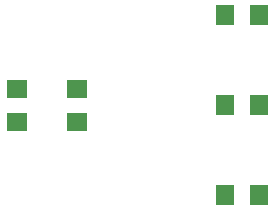
<source format=gtp>
G75*
%MOIN*%
%OFA0B0*%
%FSLAX25Y25*%
%IPPOS*%
%LPD*%
%AMOC8*
5,1,8,0,0,1.08239X$1,22.5*
%
%ADD10R,0.06299X0.07098*%
%ADD11R,0.07098X0.06299*%
D10*
X0132002Y0032600D03*
X0143198Y0032600D03*
X0143198Y0062600D03*
X0132002Y0062600D03*
X0132002Y0092600D03*
X0143198Y0092600D03*
D11*
X0062600Y0057002D03*
X0062600Y0068198D03*
X0082600Y0068198D03*
X0082600Y0057002D03*
M02*

</source>
